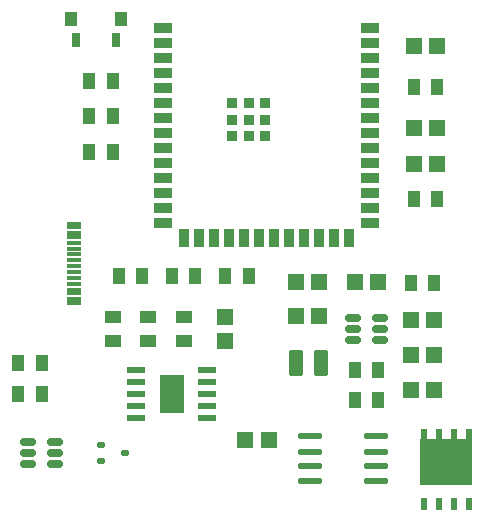
<source format=gtp>
G04 #@! TF.GenerationSoftware,KiCad,Pcbnew,8.0.8*
G04 #@! TF.CreationDate,2025-03-23T20:16:00+01:00*
G04 #@! TF.ProjectId,cheap-wled-controller,63686561-702d-4776-9c65-642d636f6e74,rev?*
G04 #@! TF.SameCoordinates,Original*
G04 #@! TF.FileFunction,Paste,Top*
G04 #@! TF.FilePolarity,Positive*
%FSLAX46Y46*%
G04 Gerber Fmt 4.6, Leading zero omitted, Abs format (unit mm)*
G04 Created by KiCad (PCBNEW 8.0.8) date 2025-03-23 20:16:00*
%MOMM*%
%LPD*%
G01*
G04 APERTURE LIST*
G04 Aperture macros list*
%AMRoundRect*
0 Rectangle with rounded corners*
0 $1 Rounding radius*
0 $2 $3 $4 $5 $6 $7 $8 $9 X,Y pos of 4 corners*
0 Add a 4 corners polygon primitive as box body*
4,1,4,$2,$3,$4,$5,$6,$7,$8,$9,$2,$3,0*
0 Add four circle primitives for the rounded corners*
1,1,$1+$1,$2,$3*
1,1,$1+$1,$4,$5*
1,1,$1+$1,$6,$7*
1,1,$1+$1,$8,$9*
0 Add four rect primitives between the rounded corners*
20,1,$1+$1,$2,$3,$4,$5,0*
20,1,$1+$1,$4,$5,$6,$7,0*
20,1,$1+$1,$6,$7,$8,$9,0*
20,1,$1+$1,$8,$9,$2,$3,0*%
G04 Aperture macros list end*
%ADD10R,1.410000X1.350000*%
%ADD11R,1.380000X1.130000*%
%ADD12R,1.130000X1.380000*%
%ADD13RoundRect,0.150000X-0.512500X-0.150000X0.512500X-0.150000X0.512500X0.150000X-0.512500X0.150000X0*%
%ADD14RoundRect,0.250000X-0.375000X-0.850000X0.375000X-0.850000X0.375000X0.850000X-0.375000X0.850000X0*%
%ADD15R,1.300000X0.300000*%
%ADD16R,0.800000X1.300000*%
%ADD17R,1.000000X1.200000*%
%ADD18R,1.500000X0.900000*%
%ADD19R,0.900000X1.500000*%
%ADD20R,0.900000X0.900000*%
%ADD21R,0.600000X1.000000*%
%ADD22R,4.410000X4.000000*%
%ADD23R,1.500000X0.600000*%
%ADD24R,2.100000X3.300000*%
%ADD25RoundRect,0.112500X-0.237500X0.112500X-0.237500X-0.112500X0.237500X-0.112500X0.237500X0.112500X0*%
%ADD26R,1.000000X1.400000*%
%ADD27R,1.350000X1.410000*%
%ADD28O,2.050000X0.590000*%
G04 APERTURE END LIST*
D10*
G04 #@! TO.C,C8*
X47230449Y-38716816D03*
X49230449Y-38716816D03*
G04 #@! TD*
D11*
G04 #@! TO.C,R4*
X25000000Y-40500000D03*
X25000000Y-38500000D03*
G04 #@! TD*
G04 #@! TO.C,R5*
X28000000Y-40500000D03*
X28000000Y-38500000D03*
G04 #@! TD*
D12*
G04 #@! TO.C,R14*
X14000000Y-45000000D03*
X16000000Y-45000000D03*
G04 #@! TD*
D10*
G04 #@! TO.C,C29*
X37500000Y-35500000D03*
X39500000Y-35500000D03*
G04 #@! TD*
D13*
G04 #@! TO.C,U1*
X14862500Y-49050000D03*
X14862500Y-50000000D03*
X14862500Y-50950000D03*
X17137500Y-50950000D03*
X17137500Y-50000000D03*
X17137500Y-49050000D03*
G04 #@! TD*
D12*
G04 #@! TO.C,R6*
X47500000Y-19000000D03*
X49500000Y-19000000D03*
G04 #@! TD*
G04 #@! TO.C,R20*
X47230449Y-35616816D03*
X49230449Y-35616816D03*
G04 #@! TD*
D10*
G04 #@! TO.C,C4*
X47230449Y-44616816D03*
X49230449Y-44616816D03*
G04 #@! TD*
G04 #@! TO.C,C1*
X33200000Y-48900000D03*
X35200000Y-48900000D03*
G04 #@! TD*
D14*
G04 #@! TO.C,L2*
X37483856Y-42375092D03*
X39633856Y-42375092D03*
G04 #@! TD*
D15*
G04 #@! TO.C,J2*
X18740000Y-30580000D03*
X18740000Y-31380000D03*
X18740000Y-32680000D03*
X18740000Y-33680000D03*
X18740000Y-34180000D03*
X18740000Y-35180000D03*
X18740000Y-36480000D03*
X18740000Y-37280000D03*
X18740000Y-36980000D03*
X18740000Y-36180000D03*
X18740000Y-35680000D03*
X18740000Y-34680000D03*
X18740000Y-33180000D03*
X18740000Y-32180000D03*
X18740000Y-31680000D03*
X18740000Y-30880000D03*
G04 #@! TD*
D16*
G04 #@! TO.C,SW1*
X18892500Y-14985000D03*
X22252500Y-14985000D03*
D17*
X22672500Y-13285000D03*
X18472500Y-13285000D03*
G04 #@! TD*
D12*
G04 #@! TO.C,R13*
X42500000Y-43000000D03*
X44500000Y-43000000D03*
G04 #@! TD*
D11*
G04 #@! TO.C,R3*
X22000000Y-40500000D03*
X22000000Y-38500000D03*
G04 #@! TD*
D12*
G04 #@! TO.C,R10*
X27000000Y-35000000D03*
X29000000Y-35000000D03*
G04 #@! TD*
G04 #@! TO.C,R15*
X33500000Y-35000000D03*
X31500000Y-35000000D03*
G04 #@! TD*
D10*
G04 #@! TO.C,C7*
X47500000Y-15500000D03*
X49500000Y-15500000D03*
G04 #@! TD*
D12*
G04 #@! TO.C,R2*
X20000000Y-24500000D03*
X22000000Y-24500000D03*
G04 #@! TD*
D18*
G04 #@! TO.C,U5*
X26250000Y-14047500D03*
X26250000Y-15317500D03*
X26250000Y-16587500D03*
X26250000Y-17857500D03*
X26250000Y-19127500D03*
X26250000Y-20397500D03*
X26250000Y-21667500D03*
X26250000Y-22937500D03*
X26250000Y-24207500D03*
X26250000Y-25477500D03*
X26250000Y-26747500D03*
X26250000Y-28017500D03*
X26250000Y-29287500D03*
X26250000Y-30557500D03*
D19*
X28010000Y-31827500D03*
X29280000Y-31827500D03*
X30550000Y-31827500D03*
X31820000Y-31827500D03*
X33090000Y-31827500D03*
X34370000Y-31827500D03*
X35630000Y-31827500D03*
X36900000Y-31827500D03*
X38170000Y-31827500D03*
X39450000Y-31827500D03*
X40720000Y-31827500D03*
X41990000Y-31797500D03*
D18*
X43750000Y-30557500D03*
X43750000Y-29287500D03*
X43750000Y-28017500D03*
X43750000Y-26747500D03*
X43750000Y-25477500D03*
X43750000Y-24207500D03*
X43750000Y-22937500D03*
X43750000Y-21667500D03*
X43750000Y-20397500D03*
X43750000Y-19127500D03*
X43750000Y-17857500D03*
X43750000Y-16587500D03*
X43750000Y-15317500D03*
X43750000Y-14047500D03*
D20*
X32100000Y-20367500D03*
X32100000Y-21767500D03*
X32100000Y-23167500D03*
X33500000Y-20367500D03*
X33500000Y-21767500D03*
X33500000Y-23167500D03*
X34900000Y-20367500D03*
X34900000Y-21767500D03*
X34900000Y-23167500D03*
G04 #@! TD*
D21*
G04 #@! TO.C,Q3*
X52150345Y-54280345D03*
X48340345Y-48440345D03*
X49620345Y-48440345D03*
D22*
X50250345Y-50750345D03*
D21*
X50880345Y-48440345D03*
X52150345Y-48440345D03*
X48340345Y-54280345D03*
X49620345Y-54280345D03*
X50880345Y-54280345D03*
G04 #@! TD*
D12*
G04 #@! TO.C,R7*
X47500000Y-28500000D03*
X49500000Y-28500000D03*
G04 #@! TD*
G04 #@! TO.C,R22*
X42500000Y-45500000D03*
X44500000Y-45500000D03*
G04 #@! TD*
D23*
G04 #@! TO.C,U3*
X24000000Y-43000000D03*
X24000000Y-44000000D03*
X24000000Y-45000000D03*
X24000000Y-46000000D03*
X24000000Y-47000000D03*
X30000000Y-47000000D03*
X30000000Y-46000000D03*
X30000000Y-45000000D03*
X30000000Y-44000000D03*
X30000000Y-43000000D03*
D24*
X27000000Y-45000000D03*
G04 #@! TD*
D12*
G04 #@! TO.C,R16*
X22000000Y-21500000D03*
X20000000Y-21500000D03*
G04 #@! TD*
D13*
G04 #@! TO.C,U7*
X42362500Y-38550000D03*
X42362500Y-39500000D03*
X42362500Y-40450000D03*
X44637500Y-40450000D03*
X44637500Y-39500000D03*
X44637500Y-38550000D03*
G04 #@! TD*
D12*
G04 #@! TO.C,R17*
X22000000Y-18500000D03*
X20000000Y-18500000D03*
G04 #@! TD*
G04 #@! TO.C,R11*
X22500000Y-35000000D03*
X24500000Y-35000000D03*
G04 #@! TD*
D10*
G04 #@! TO.C,C6*
X47500000Y-25500000D03*
X49500000Y-25500000D03*
G04 #@! TD*
D25*
G04 #@! TO.C,D1*
X21000000Y-49350000D03*
X21000000Y-50650000D03*
X23000000Y-50000000D03*
G04 #@! TD*
D10*
G04 #@! TO.C,C5*
X42500000Y-35500000D03*
X44500000Y-35500000D03*
G04 #@! TD*
D26*
G04 #@! TO.C,D2*
X16050000Y-42400000D03*
X13950000Y-42400000D03*
G04 #@! TD*
D10*
G04 #@! TO.C,C3*
X47500000Y-22500000D03*
X49500000Y-22500000D03*
G04 #@! TD*
D27*
G04 #@! TO.C,C2*
X31500000Y-40500000D03*
X31500000Y-38500000D03*
G04 #@! TD*
D10*
G04 #@! TO.C,C9*
X47230449Y-41666816D03*
X49230449Y-41666816D03*
G04 #@! TD*
G04 #@! TO.C,C30*
X37500000Y-38400000D03*
X39500000Y-38400000D03*
G04 #@! TD*
D28*
G04 #@! TO.C,U4*
X38730000Y-48590000D03*
X38730000Y-49870000D03*
X38730000Y-51130000D03*
X38730000Y-52400000D03*
X44270000Y-52400000D03*
X44270000Y-51130000D03*
X44270000Y-49870000D03*
X44270000Y-48590000D03*
G04 #@! TD*
M02*

</source>
